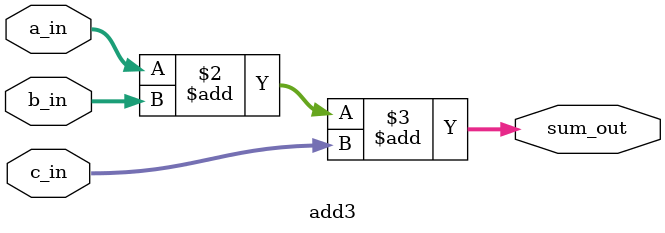
<source format=sv>
module rtl0
  (input logic clk,
   input logic 	      rst_n,
   input logic [7:0]  data_in,
   input logic 	      enable_in,
   output logic [7:0] data_out);

   logic [7:0] 	      r1, r2, r3, sum;
   
   register R1   (.clk(clk), .rst_n(rst_n), .data_in(data_in), .enable_in(enable_in), .data_out(r1));
   register R2   (.clk(clk), .rst_n(rst_n), .data_in(r1),      .enable_in(enable_in), .data_out(r2));
   register R3   (.clk(clk), .rst_n(rst_n), .data_in(r2),      .enable_in(enable_in), .data_out(r3));
   add3     ADD3 (.a_in(r1), .b_in(r2), .c_in(r3), .sum_out(sum));
   register R4   (.clk(clk), .rst_n(rst_n), .data_in(sum),     .enable_in(enable_in), .data_out(data_out));   

endmodule 

module register
   (input logic clk,
    input logic rst_n,
    input logic enable_in,
    input logic [7:0] data_in,
    output logic[7:0] data_out);

   always_ff @(posedge clk or negedge rst_n)
     if (rst_n == '0)
       data_out <= 8'b00000000;
     else
       if (enable_in == '1)
	 data_out <= data_in;
   
endmodule

module add3
  (input logic [7:0] a_in, b_in, c_in,
   output logic [7:0] sum_out);
   
   always_comb
     sum_out = a_in + b_in + c_in;
   
endmodule


</source>
